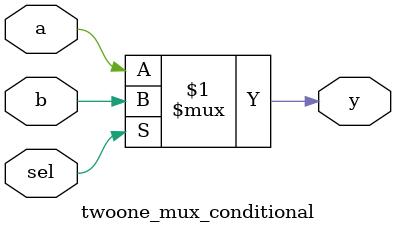
<source format=v>
`timescale 1ns / 1ps


module twoone_mux_conditional(input a,b,sel,output y);
assign y=sel?b:a;
endmodule

</source>
